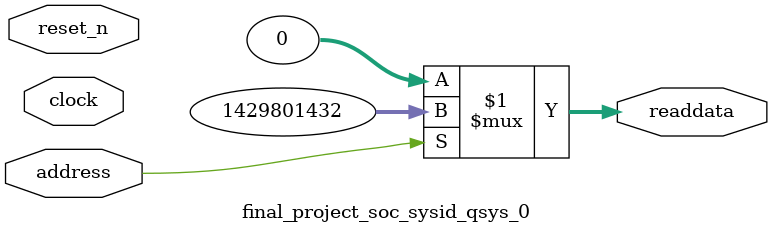
<source format=v>

`timescale 1ns / 1ps
// synthesis translate_on

// turn off superfluous verilog processor warnings 
// altera message_level Level1 
// altera message_off 10034 10035 10036 10037 10230 10240 10030 

module final_project_soc_sysid_qsys_0 (
               // inputs:
                address,
                clock,
                reset_n,

               // outputs:
                readdata
             )
;

  output  [ 31: 0] readdata;
  input            address;
  input            clock;
  input            reset_n;

  wire    [ 31: 0] readdata;
  //control_slave, which is an e_avalon_slave
  assign readdata = address ? 1429801432 : 0;

endmodule




</source>
